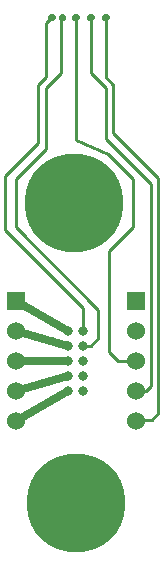
<source format=gbr>
G04 start of page 3 for group 1 idx 1 *
G04 Title: (unknown), bottom *
G04 Creator: pcb 20140316 *
G04 CreationDate: Wed 10 Feb 2021 01:22:49 AM GMT UTC *
G04 For: tom *
G04 Format: Gerber/RS-274X *
G04 PCB-Dimensions (mil): 600.00 2100.00 *
G04 PCB-Coordinate-Origin: lower left *
%MOIN*%
%FSLAX25Y25*%
%LNBOTTOM*%
%ADD33C,0.0380*%
%ADD32C,0.0170*%
%ADD31C,0.1339*%
%ADD30C,0.0590*%
%ADD29C,0.0118*%
%ADD28C,0.0600*%
%ADD27C,0.0001*%
%ADD26C,0.0320*%
%ADD25C,0.3287*%
%ADD24C,0.0250*%
%ADD23C,0.0100*%
G54D23*X30000Y146000D02*X40750Y141250D01*
X49000Y133000D02*X40750Y141250D01*
X10000Y133000D02*Y117000D01*
Y133000D02*X20000Y143000D01*
X6500Y134000D02*X17500Y145000D01*
X6500Y116000D02*Y133000D01*
Y132500D02*Y134000D01*
X49000Y117000D02*Y133000D01*
X49364Y52864D02*X55364D01*
X50000Y62500D02*X53500D01*
X55364Y52864D02*X57500Y55000D01*
Y131000D01*
Y130500D02*Y133500D01*
X53500Y62500D02*X55000Y64000D01*
Y130000D01*
Y129800D02*Y130000D01*
Y129900D02*Y130200D01*
Y129400D02*Y130200D01*
X41000Y75500D02*Y109000D01*
X49000Y117000D01*
X57500Y133500D02*X42500Y148500D01*
X55000Y129900D02*Y131500D01*
X40050Y146450D01*
X10000Y72500D02*X13500D01*
G54D24*X27500D02*X10000D01*
X27500Y67500D02*X10000Y62500D01*
X27500D02*X10000Y52500D01*
G54D23*X24500Y77500D02*X22000Y80000D01*
X27500Y77500D02*X24500D01*
G54D24*X27500Y82500D02*X10000Y92500D01*
X27500Y77500D02*X10000Y82500D01*
G54D23*Y117000D02*X37500Y89500D01*
Y80000D02*Y89500D01*
X32500Y90000D02*X6500Y116000D01*
X46500Y72500D02*X50000D01*
X32500Y86000D02*Y82500D01*
X37500Y80000D02*X35000Y77500D01*
X32500D01*
X49500Y72500D02*X44000D01*
X41000Y75500D01*
X32500Y84000D02*Y90000D01*
X35000Y186000D02*Y168500D01*
X40000Y186000D02*Y167000D01*
Y187000D02*Y185500D01*
X35000Y187000D02*Y185500D01*
X20000Y185000D02*Y167000D01*
X21500Y186500D02*X20000Y185000D01*
X30000Y187000D02*Y185500D01*
X20500D02*X21750Y186750D01*
X25000Y168500D02*Y186500D01*
X25500Y187000D01*
X30000Y186500D02*Y146000D01*
X20000Y167000D02*X17500Y164500D01*
X20000Y143000D02*Y163500D01*
X17500Y145000D02*Y164500D01*
X20000Y163500D02*X25000Y168500D01*
X42500Y164500D02*X40000Y167000D01*
X42500Y148500D02*Y164500D01*
X40050Y146450D02*Y163450D01*
X35000Y168500D02*X40050Y163450D01*
G54D25*X29500Y125000D03*
G54D26*X27500Y82500D03*
Y77500D03*
G54D25*X30000Y25000D03*
G54D26*X27500Y72500D03*
Y67500D03*
Y62500D03*
X32500D03*
Y67500D03*
Y72500D03*
Y77500D03*
Y82500D03*
G54D27*G36*
X7000Y95500D02*Y89500D01*
X13000D01*
Y95500D01*
X7000D01*
G37*
G54D28*X10000Y82500D03*
Y72500D03*
Y62500D03*
Y52500D03*
G54D27*G36*
X47000Y95500D02*Y89500D01*
X53000D01*
Y95500D01*
X47000D01*
G37*
G54D28*X50000Y82500D03*
Y72500D03*
Y62500D03*
Y52500D03*
G54D27*G36*
X23201Y187497D02*X22497Y188201D01*
X21503D01*
X20799Y187497D01*
Y186503D01*
X21503Y185799D01*
X22497D01*
X23201Y186503D01*
Y187497D01*
G37*
G36*
X31201D02*X30497Y188201D01*
X29503D01*
X28799Y187497D01*
Y186503D01*
X29503Y185799D01*
X30497D01*
X31201Y186503D01*
Y187497D01*
G37*
G36*
X36201D02*X35497Y188201D01*
X34503D01*
X33799Y187497D01*
Y186503D01*
X34503Y185799D01*
X35497D01*
X36201Y186503D01*
Y187497D01*
G37*
G36*
X41201D02*X40497Y188201D01*
X39503D01*
X38799Y187497D01*
Y186503D01*
X39503Y185799D01*
X40497D01*
X41201Y186503D01*
Y187497D01*
G37*
G36*
X26701D02*X25997Y188201D01*
X25003D01*
X24299Y187497D01*
Y186503D01*
X25003Y185799D01*
X25997D01*
X26701Y186503D01*
Y187497D01*
G37*
G54D29*G54D30*G54D31*G54D32*G54D31*G54D32*G54D33*M02*

</source>
